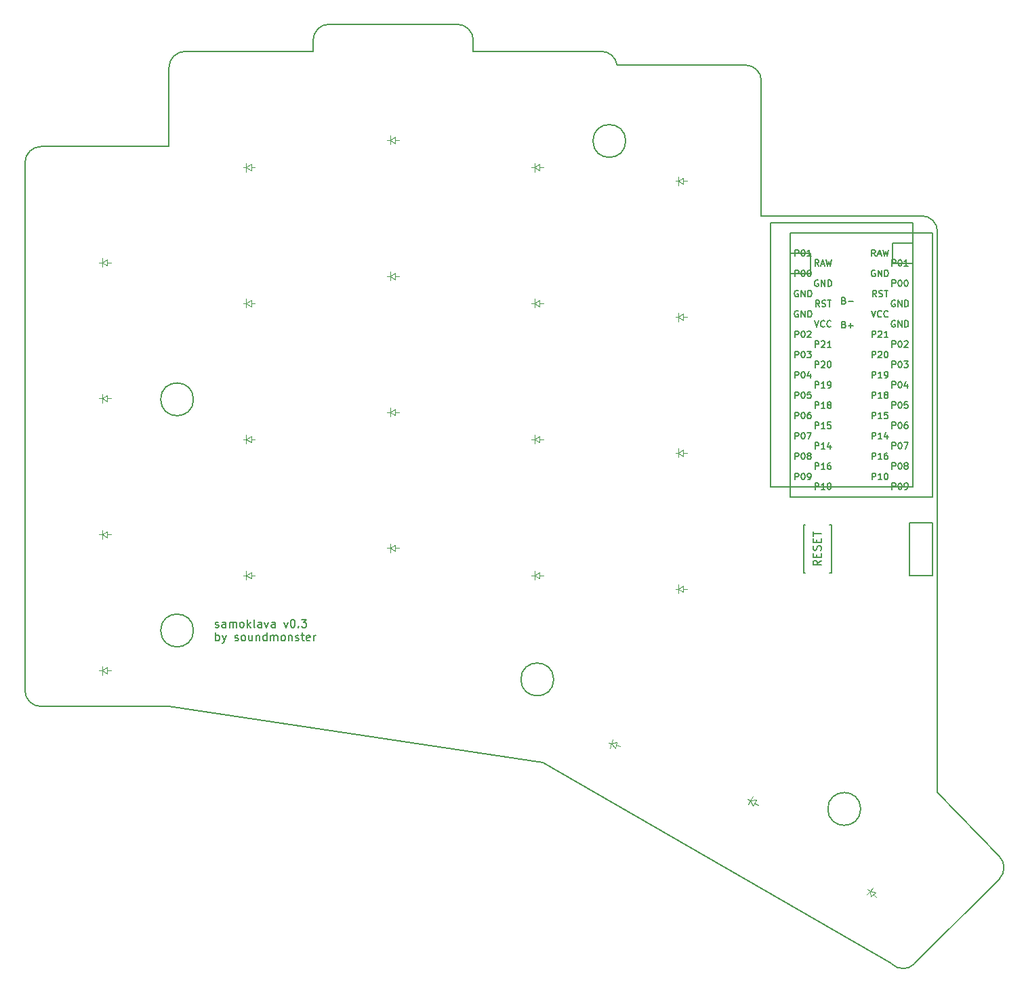
<source format=gbr>
G04 #@! TF.GenerationSoftware,KiCad,Pcbnew,5.1.5+dfsg1-2build2*
G04 #@! TF.CreationDate,2024-05-28T11:23:48+00:00*
G04 #@! TF.ProjectId,board,626f6172-642e-46b6-9963-61645f706362,0.3*
G04 #@! TF.SameCoordinates,Original*
G04 #@! TF.FileFunction,Legend,Top*
G04 #@! TF.FilePolarity,Positive*
%FSLAX46Y46*%
G04 Gerber Fmt 4.6, Leading zero omitted, Abs format (unit mm)*
G04 Created by KiCad (PCBNEW 5.1.5+dfsg1-2build2) date 2024-05-28 11:23:48*
%MOMM*%
%LPD*%
G04 APERTURE LIST*
%ADD10C,0.150000*%
G04 #@! TA.AperFunction,Profile*
%ADD11C,0.150000*%
G04 #@! TD*
%ADD12C,0.100000*%
G04 APERTURE END LIST*
D10*
X13787976Y420238D02*
X13883214Y372619D01*
X14073690Y372619D01*
X14168928Y420238D01*
X14216547Y515476D01*
X14216547Y563095D01*
X14168928Y658333D01*
X14073690Y705952D01*
X13930833Y705952D01*
X13835595Y753571D01*
X13787976Y848809D01*
X13787976Y896428D01*
X13835595Y991666D01*
X13930833Y1039285D01*
X14073690Y1039285D01*
X14168928Y991666D01*
X15073690Y372619D02*
X15073690Y896428D01*
X15026071Y991666D01*
X14930833Y1039285D01*
X14740357Y1039285D01*
X14645119Y991666D01*
X15073690Y420238D02*
X14978452Y372619D01*
X14740357Y372619D01*
X14645119Y420238D01*
X14597500Y515476D01*
X14597500Y610714D01*
X14645119Y705952D01*
X14740357Y753571D01*
X14978452Y753571D01*
X15073690Y801190D01*
X15549880Y372619D02*
X15549880Y1039285D01*
X15549880Y944047D02*
X15597500Y991666D01*
X15692738Y1039285D01*
X15835595Y1039285D01*
X15930833Y991666D01*
X15978452Y896428D01*
X15978452Y372619D01*
X15978452Y896428D02*
X16026071Y991666D01*
X16121309Y1039285D01*
X16264166Y1039285D01*
X16359404Y991666D01*
X16407023Y896428D01*
X16407023Y372619D01*
X17026071Y372619D02*
X16930833Y420238D01*
X16883214Y467857D01*
X16835595Y563095D01*
X16835595Y848809D01*
X16883214Y944047D01*
X16930833Y991666D01*
X17026071Y1039285D01*
X17168928Y1039285D01*
X17264166Y991666D01*
X17311785Y944047D01*
X17359404Y848809D01*
X17359404Y563095D01*
X17311785Y467857D01*
X17264166Y420238D01*
X17168928Y372619D01*
X17026071Y372619D01*
X17787976Y372619D02*
X17787976Y1372619D01*
X17883214Y753571D02*
X18168928Y372619D01*
X18168928Y1039285D02*
X17787976Y658333D01*
X18740357Y372619D02*
X18645119Y420238D01*
X18597500Y515476D01*
X18597500Y1372619D01*
X19549880Y372619D02*
X19549880Y896428D01*
X19502261Y991666D01*
X19407023Y1039285D01*
X19216547Y1039285D01*
X19121309Y991666D01*
X19549880Y420238D02*
X19454642Y372619D01*
X19216547Y372619D01*
X19121309Y420238D01*
X19073690Y515476D01*
X19073690Y610714D01*
X19121309Y705952D01*
X19216547Y753571D01*
X19454642Y753571D01*
X19549880Y801190D01*
X19930833Y1039285D02*
X20168928Y372619D01*
X20407023Y1039285D01*
X21216547Y372619D02*
X21216547Y896428D01*
X21168928Y991666D01*
X21073690Y1039285D01*
X20883214Y1039285D01*
X20787976Y991666D01*
X21216547Y420238D02*
X21121309Y372619D01*
X20883214Y372619D01*
X20787976Y420238D01*
X20740357Y515476D01*
X20740357Y610714D01*
X20787976Y705952D01*
X20883214Y753571D01*
X21121309Y753571D01*
X21216547Y801190D01*
X22359404Y1039285D02*
X22597500Y372619D01*
X22835595Y1039285D01*
X23407023Y1372619D02*
X23502261Y1372619D01*
X23597500Y1325000D01*
X23645119Y1277380D01*
X23692738Y1182142D01*
X23740357Y991666D01*
X23740357Y753571D01*
X23692738Y563095D01*
X23645119Y467857D01*
X23597500Y420238D01*
X23502261Y372619D01*
X23407023Y372619D01*
X23311785Y420238D01*
X23264166Y467857D01*
X23216547Y563095D01*
X23168928Y753571D01*
X23168928Y991666D01*
X23216547Y1182142D01*
X23264166Y1277380D01*
X23311785Y1325000D01*
X23407023Y1372619D01*
X24168928Y467857D02*
X24216547Y420238D01*
X24168928Y372619D01*
X24121309Y420238D01*
X24168928Y467857D01*
X24168928Y372619D01*
X24549880Y1372619D02*
X25168928Y1372619D01*
X24835595Y991666D01*
X24978452Y991666D01*
X25073690Y944047D01*
X25121309Y896428D01*
X25168928Y801190D01*
X25168928Y563095D01*
X25121309Y467857D01*
X25073690Y420238D01*
X24978452Y372619D01*
X24692738Y372619D01*
X24597500Y420238D01*
X24549880Y467857D01*
X13835595Y-1277380D02*
X13835595Y-277380D01*
X13835595Y-658333D02*
X13930833Y-610714D01*
X14121309Y-610714D01*
X14216547Y-658333D01*
X14264166Y-705952D01*
X14311785Y-801190D01*
X14311785Y-1086904D01*
X14264166Y-1182142D01*
X14216547Y-1229761D01*
X14121309Y-1277380D01*
X13930833Y-1277380D01*
X13835595Y-1229761D01*
X14645119Y-610714D02*
X14883214Y-1277380D01*
X15121309Y-610714D02*
X14883214Y-1277380D01*
X14787976Y-1515476D01*
X14740357Y-1563095D01*
X14645119Y-1610714D01*
X16216547Y-1229761D02*
X16311785Y-1277380D01*
X16502261Y-1277380D01*
X16597500Y-1229761D01*
X16645119Y-1134523D01*
X16645119Y-1086904D01*
X16597500Y-991666D01*
X16502261Y-944047D01*
X16359404Y-944047D01*
X16264166Y-896428D01*
X16216547Y-801190D01*
X16216547Y-753571D01*
X16264166Y-658333D01*
X16359404Y-610714D01*
X16502261Y-610714D01*
X16597500Y-658333D01*
X17216547Y-1277380D02*
X17121309Y-1229761D01*
X17073690Y-1182142D01*
X17026071Y-1086904D01*
X17026071Y-801190D01*
X17073690Y-705952D01*
X17121309Y-658333D01*
X17216547Y-610714D01*
X17359404Y-610714D01*
X17454642Y-658333D01*
X17502261Y-705952D01*
X17549880Y-801190D01*
X17549880Y-1086904D01*
X17502261Y-1182142D01*
X17454642Y-1229761D01*
X17359404Y-1277380D01*
X17216547Y-1277380D01*
X18407023Y-610714D02*
X18407023Y-1277380D01*
X17978452Y-610714D02*
X17978452Y-1134523D01*
X18026071Y-1229761D01*
X18121309Y-1277380D01*
X18264166Y-1277380D01*
X18359404Y-1229761D01*
X18407023Y-1182142D01*
X18883214Y-610714D02*
X18883214Y-1277380D01*
X18883214Y-705952D02*
X18930833Y-658333D01*
X19026071Y-610714D01*
X19168928Y-610714D01*
X19264166Y-658333D01*
X19311785Y-753571D01*
X19311785Y-1277380D01*
X20216547Y-1277380D02*
X20216547Y-277380D01*
X20216547Y-1229761D02*
X20121309Y-1277380D01*
X19930833Y-1277380D01*
X19835595Y-1229761D01*
X19787976Y-1182142D01*
X19740357Y-1086904D01*
X19740357Y-801190D01*
X19787976Y-705952D01*
X19835595Y-658333D01*
X19930833Y-610714D01*
X20121309Y-610714D01*
X20216547Y-658333D01*
X20692738Y-1277380D02*
X20692738Y-610714D01*
X20692738Y-705952D02*
X20740357Y-658333D01*
X20835595Y-610714D01*
X20978452Y-610714D01*
X21073690Y-658333D01*
X21121309Y-753571D01*
X21121309Y-1277380D01*
X21121309Y-753571D02*
X21168928Y-658333D01*
X21264166Y-610714D01*
X21407023Y-610714D01*
X21502261Y-658333D01*
X21549880Y-753571D01*
X21549880Y-1277380D01*
X22168928Y-1277380D02*
X22073690Y-1229761D01*
X22026071Y-1182142D01*
X21978452Y-1086904D01*
X21978452Y-801190D01*
X22026071Y-705952D01*
X22073690Y-658333D01*
X22168928Y-610714D01*
X22311785Y-610714D01*
X22407023Y-658333D01*
X22454642Y-705952D01*
X22502261Y-801190D01*
X22502261Y-1086904D01*
X22454642Y-1182142D01*
X22407023Y-1229761D01*
X22311785Y-1277380D01*
X22168928Y-1277380D01*
X22930833Y-610714D02*
X22930833Y-1277380D01*
X22930833Y-705952D02*
X22978452Y-658333D01*
X23073690Y-610714D01*
X23216547Y-610714D01*
X23311785Y-658333D01*
X23359404Y-753571D01*
X23359404Y-1277380D01*
X23787976Y-1229761D02*
X23883214Y-1277380D01*
X24073690Y-1277380D01*
X24168928Y-1229761D01*
X24216547Y-1134523D01*
X24216547Y-1086904D01*
X24168928Y-991666D01*
X24073690Y-944047D01*
X23930833Y-944047D01*
X23835595Y-896428D01*
X23787976Y-801190D01*
X23787976Y-753571D01*
X23835595Y-658333D01*
X23930833Y-610714D01*
X24073690Y-610714D01*
X24168928Y-658333D01*
X24502261Y-610714D02*
X24883214Y-610714D01*
X24645119Y-277380D02*
X24645119Y-1134523D01*
X24692738Y-1229761D01*
X24787976Y-1277380D01*
X24883214Y-1277380D01*
X25597500Y-1229761D02*
X25502261Y-1277380D01*
X25311785Y-1277380D01*
X25216547Y-1229761D01*
X25168928Y-1134523D01*
X25168928Y-753571D01*
X25216547Y-658333D01*
X25311785Y-610714D01*
X25502261Y-610714D01*
X25597500Y-658333D01*
X25645119Y-753571D01*
X25645119Y-848809D01*
X25168928Y-944047D01*
X26073690Y-1277380D02*
X26073690Y-610714D01*
X26073690Y-801190D02*
X26121309Y-705952D01*
X26168928Y-658333D01*
X26264166Y-610714D01*
X26359404Y-610714D01*
D11*
X-8000000Y-9500000D02*
X8000000Y-9500000D01*
X-10000000Y-7500000D02*
X-10000000Y58500000D01*
X-8000000Y-9500000D02*
G75*
G02X-10000000Y-7500000I0J2000000D01*
G01*
X8000000Y60500000D02*
X-8000000Y60500000D01*
X-10000000Y58500000D02*
G75*
G02X-8000000Y60500000I2000000J0D01*
G01*
X26000000Y72400000D02*
X10000000Y72400000D01*
X8000000Y70400000D02*
G75*
G02X10000000Y72400000I2000000J0D01*
G01*
X8000000Y70400000D02*
X8000000Y60500000D01*
X46000000Y72400000D02*
X46000000Y73800000D01*
X44000000Y75800000D02*
G75*
G02X46000000Y73800000I0J-2000000D01*
G01*
X44000000Y75800000D02*
X28000000Y75800000D01*
X26000000Y73800000D02*
G75*
G02X28000000Y75800000I2000000J0D01*
G01*
X26000000Y73800000D02*
X26000000Y72400000D01*
X62000000Y72400000D02*
G75*
G02X63977391Y70699872I0J-2000000D01*
G01*
X62000000Y72400000D02*
X46000000Y72400000D01*
X82000000Y51850000D02*
X82000000Y68700000D01*
X80000000Y70700000D02*
G75*
G02X82000000Y68700000I0J-2000000D01*
G01*
X80000000Y70700000D02*
X64000000Y70700000D01*
X63977391Y70699872D02*
G75*
G02X64000000Y70700000I22609J-1999872D01*
G01*
X101117258Y-41686664D02*
G75*
G02X98288831Y-41686665I-1414214J1414213D01*
G01*
X101117258Y-41686665D02*
X111723860Y-31080063D01*
X111723859Y-28251637D02*
G75*
G02X111723859Y-31080063I-1414213J-1414213D01*
G01*
X104000000Y-20208734D02*
X111723860Y-28251636D01*
X98288831Y-41686665D02*
X54707107Y-16524745D01*
X54707107Y-16524745D02*
X8000000Y-9500000D01*
X104000000Y-20208734D02*
X104000000Y49850000D01*
X102000000Y51850000D02*
G75*
G02X104000000Y49850000I0J-2000000D01*
G01*
X102000000Y51850000D02*
X82000000Y51850000D01*
X11050000Y28900000D02*
G75*
G03X11050000Y28900000I-2050000J0D01*
G01*
X11050000Y0D02*
G75*
G03X11050000Y0I-2050000J0D01*
G01*
X65050000Y61200000D02*
G75*
G03X65050000Y61200000I-2050000J0D01*
G01*
X56050000Y-6120000D02*
G75*
G03X56050000Y-6120000I-2050000J0D01*
G01*
X94399134Y-22311939D02*
G75*
G03X94399134Y-22311939I-2050000J0D01*
G01*
D12*
G04 #@! TO.C,D1*
X250000Y-5000000D02*
X750000Y-5000000D01*
X250000Y-5400000D02*
X-350000Y-5000000D01*
X250000Y-4600000D02*
X250000Y-5400000D01*
X-350000Y-5000000D02*
X250000Y-4600000D01*
X-350000Y-5000000D02*
X-350000Y-5550000D01*
X-350000Y-5000000D02*
X-350000Y-4450000D01*
X-750000Y-5000000D02*
X-350000Y-5000000D01*
G04 #@! TO.C,D2*
X250000Y12000000D02*
X750000Y12000000D01*
X250000Y11600000D02*
X-350000Y12000000D01*
X250000Y12400000D02*
X250000Y11600000D01*
X-350000Y12000000D02*
X250000Y12400000D01*
X-350000Y12000000D02*
X-350000Y11450000D01*
X-350000Y12000000D02*
X-350000Y12550000D01*
X-750000Y12000000D02*
X-350000Y12000000D01*
G04 #@! TO.C,D3*
X250000Y29000000D02*
X750000Y29000000D01*
X250000Y28600000D02*
X-350000Y29000000D01*
X250000Y29400000D02*
X250000Y28600000D01*
X-350000Y29000000D02*
X250000Y29400000D01*
X-350000Y29000000D02*
X-350000Y28450000D01*
X-350000Y29000000D02*
X-350000Y29550000D01*
X-750000Y29000000D02*
X-350000Y29000000D01*
G04 #@! TO.C,D4*
X250000Y46000000D02*
X750000Y46000000D01*
X250000Y45600000D02*
X-350000Y46000000D01*
X250000Y46400000D02*
X250000Y45600000D01*
X-350000Y46000000D02*
X250000Y46400000D01*
X-350000Y46000000D02*
X-350000Y45450000D01*
X-350000Y46000000D02*
X-350000Y46550000D01*
X-750000Y46000000D02*
X-350000Y46000000D01*
G04 #@! TO.C,D5*
X18250000Y6900000D02*
X18750000Y6900000D01*
X18250000Y6500000D02*
X17650000Y6900000D01*
X18250000Y7300000D02*
X18250000Y6500000D01*
X17650000Y6900000D02*
X18250000Y7300000D01*
X17650000Y6900000D02*
X17650000Y6350000D01*
X17650000Y6900000D02*
X17650000Y7450000D01*
X17250000Y6900000D02*
X17650000Y6900000D01*
G04 #@! TO.C,D6*
X18250000Y23900000D02*
X18750000Y23900000D01*
X18250000Y23500000D02*
X17650000Y23900000D01*
X18250000Y24300000D02*
X18250000Y23500000D01*
X17650000Y23900000D02*
X18250000Y24300000D01*
X17650000Y23900000D02*
X17650000Y23350000D01*
X17650000Y23900000D02*
X17650000Y24450000D01*
X17250000Y23900000D02*
X17650000Y23900000D01*
G04 #@! TO.C,D7*
X18250000Y40900000D02*
X18750000Y40900000D01*
X18250000Y40500000D02*
X17650000Y40900000D01*
X18250000Y41300000D02*
X18250000Y40500000D01*
X17650000Y40900000D02*
X18250000Y41300000D01*
X17650000Y40900000D02*
X17650000Y40350000D01*
X17650000Y40900000D02*
X17650000Y41450000D01*
X17250000Y40900000D02*
X17650000Y40900000D01*
G04 #@! TO.C,D8*
X18250000Y57900000D02*
X18750000Y57900000D01*
X18250000Y57500000D02*
X17650000Y57900000D01*
X18250000Y58300000D02*
X18250000Y57500000D01*
X17650000Y57900000D02*
X18250000Y58300000D01*
X17650000Y57900000D02*
X17650000Y57350000D01*
X17650000Y57900000D02*
X17650000Y58450000D01*
X17250000Y57900000D02*
X17650000Y57900000D01*
G04 #@! TO.C,D9*
X36250000Y10300000D02*
X36750000Y10300000D01*
X36250000Y9900000D02*
X35650000Y10300000D01*
X36250000Y10700000D02*
X36250000Y9900000D01*
X35650000Y10300000D02*
X36250000Y10700000D01*
X35650000Y10300000D02*
X35650000Y9750000D01*
X35650000Y10300000D02*
X35650000Y10850000D01*
X35250000Y10300000D02*
X35650000Y10300000D01*
G04 #@! TO.C,D10*
X36250000Y27300000D02*
X36750000Y27300000D01*
X36250000Y26900000D02*
X35650000Y27300000D01*
X36250000Y27700000D02*
X36250000Y26900000D01*
X35650000Y27300000D02*
X36250000Y27700000D01*
X35650000Y27300000D02*
X35650000Y26750000D01*
X35650000Y27300000D02*
X35650000Y27850000D01*
X35250000Y27300000D02*
X35650000Y27300000D01*
G04 #@! TO.C,D11*
X36250000Y44300000D02*
X36750000Y44300000D01*
X36250000Y43900000D02*
X35650000Y44300000D01*
X36250000Y44700000D02*
X36250000Y43900000D01*
X35650000Y44300000D02*
X36250000Y44700000D01*
X35650000Y44300000D02*
X35650000Y43750000D01*
X35650000Y44300000D02*
X35650000Y44850000D01*
X35250000Y44300000D02*
X35650000Y44300000D01*
G04 #@! TO.C,D12*
X36250000Y61300000D02*
X36750000Y61300000D01*
X36250000Y60900000D02*
X35650000Y61300000D01*
X36250000Y61700000D02*
X36250000Y60900000D01*
X35650000Y61300000D02*
X36250000Y61700000D01*
X35650000Y61300000D02*
X35650000Y60750000D01*
X35650000Y61300000D02*
X35650000Y61850000D01*
X35250000Y61300000D02*
X35650000Y61300000D01*
G04 #@! TO.C,D13*
X54250000Y6900000D02*
X54750000Y6900000D01*
X54250000Y6500000D02*
X53650000Y6900000D01*
X54250000Y7300000D02*
X54250000Y6500000D01*
X53650000Y6900000D02*
X54250000Y7300000D01*
X53650000Y6900000D02*
X53650000Y6350000D01*
X53650000Y6900000D02*
X53650000Y7450000D01*
X53250000Y6900000D02*
X53650000Y6900000D01*
G04 #@! TO.C,D14*
X54250000Y23900000D02*
X54750000Y23900000D01*
X54250000Y23500000D02*
X53650000Y23900000D01*
X54250000Y24300000D02*
X54250000Y23500000D01*
X53650000Y23900000D02*
X54250000Y24300000D01*
X53650000Y23900000D02*
X53650000Y23350000D01*
X53650000Y23900000D02*
X53650000Y24450000D01*
X53250000Y23900000D02*
X53650000Y23900000D01*
G04 #@! TO.C,D15*
X54250000Y40900000D02*
X54750000Y40900000D01*
X54250000Y40500000D02*
X53650000Y40900000D01*
X54250000Y41300000D02*
X54250000Y40500000D01*
X53650000Y40900000D02*
X54250000Y41300000D01*
X53650000Y40900000D02*
X53650000Y40350000D01*
X53650000Y40900000D02*
X53650000Y41450000D01*
X53250000Y40900000D02*
X53650000Y40900000D01*
G04 #@! TO.C,D16*
X54250000Y57900000D02*
X54750000Y57900000D01*
X54250000Y57500000D02*
X53650000Y57900000D01*
X54250000Y58300000D02*
X54250000Y57500000D01*
X53650000Y57900000D02*
X54250000Y58300000D01*
X53650000Y57900000D02*
X53650000Y57350000D01*
X53650000Y57900000D02*
X53650000Y58450000D01*
X53250000Y57900000D02*
X53650000Y57900000D01*
G04 #@! TO.C,D17*
X72250000Y5200000D02*
X72750000Y5200000D01*
X72250000Y4800000D02*
X71650000Y5200000D01*
X72250000Y5600000D02*
X72250000Y4800000D01*
X71650000Y5200000D02*
X72250000Y5600000D01*
X71650000Y5200000D02*
X71650000Y4650000D01*
X71650000Y5200000D02*
X71650000Y5750000D01*
X71250000Y5200000D02*
X71650000Y5200000D01*
G04 #@! TO.C,D18*
X72250000Y22200000D02*
X72750000Y22200000D01*
X72250000Y21800000D02*
X71650000Y22200000D01*
X72250000Y22600000D02*
X72250000Y21800000D01*
X71650000Y22200000D02*
X72250000Y22600000D01*
X71650000Y22200000D02*
X71650000Y21650000D01*
X71650000Y22200000D02*
X71650000Y22750000D01*
X71250000Y22200000D02*
X71650000Y22200000D01*
G04 #@! TO.C,D19*
X72250000Y39200000D02*
X72750000Y39200000D01*
X72250000Y38800000D02*
X71650000Y39200000D01*
X72250000Y39600000D02*
X72250000Y38800000D01*
X71650000Y39200000D02*
X72250000Y39600000D01*
X71650000Y39200000D02*
X71650000Y38650000D01*
X71650000Y39200000D02*
X71650000Y39750000D01*
X71250000Y39200000D02*
X71650000Y39200000D01*
G04 #@! TO.C,D20*
X72250000Y56200000D02*
X72750000Y56200000D01*
X72250000Y55800000D02*
X71650000Y56200000D01*
X72250000Y56600000D02*
X72250000Y55800000D01*
X71650000Y56200000D02*
X72250000Y56600000D01*
X71650000Y56200000D02*
X71650000Y55650000D01*
X71650000Y56200000D02*
X71650000Y56750000D01*
X71250000Y56200000D02*
X71650000Y56200000D01*
G04 #@! TO.C,D21*
X63840681Y-14313305D02*
X64323644Y-14442714D01*
X63737154Y-14699675D02*
X63261126Y-14158013D01*
X63944209Y-13926934D02*
X63737154Y-14699675D01*
X63261126Y-14158013D02*
X63944209Y-13926934D01*
X63261126Y-14158013D02*
X63118775Y-14689273D01*
X63261126Y-14158013D02*
X63403476Y-13626754D01*
X62874756Y-14054486D02*
X63261126Y-14158013D01*
G04 #@! TO.C,D22*
X81147406Y-21552700D02*
X81580419Y-21802700D01*
X80947406Y-21899110D02*
X80627791Y-21252700D01*
X81347406Y-21206290D02*
X80947406Y-21899110D01*
X80627791Y-21252700D02*
X81347406Y-21206290D01*
X80627791Y-21252700D02*
X80352791Y-21729014D01*
X80627791Y-21252700D02*
X80902791Y-20776386D01*
X80281381Y-21052700D02*
X80627791Y-21252700D01*
G04 #@! TO.C,D23*
X95990777Y-33024577D02*
X96344330Y-33378130D01*
X95707934Y-33307419D02*
X95566513Y-32600313D01*
X96273619Y-32741734D02*
X95707934Y-33307419D01*
X95566513Y-32600313D02*
X96273619Y-32741734D01*
X95566513Y-32600313D02*
X95177604Y-32989221D01*
X95566513Y-32600313D02*
X95955421Y-32211404D01*
X95283670Y-32317470D02*
X95566513Y-32600313D01*
D10*
G04 #@! TO.C,MCU1*
X83110000Y50980000D02*
X83110000Y17960000D01*
X83110000Y17960000D02*
X100890000Y17960000D01*
X100890000Y17960000D02*
X100890000Y50980000D01*
X100890000Y50980000D02*
X83110000Y50980000D01*
X98350000Y48440000D02*
X98350000Y45900000D01*
X98350000Y48440000D02*
X100890000Y48440000D01*
X98350000Y45900000D02*
X100890000Y45900000D01*
G04 #@! TO.C,MCU2*
X85610000Y49730000D02*
X85610000Y16710000D01*
X85610000Y16710000D02*
X103390000Y16710000D01*
X103390000Y16710000D02*
X103390000Y49730000D01*
X103390000Y49730000D02*
X85610000Y49730000D01*
X88150000Y47190000D02*
X88150000Y44650000D01*
X88150000Y47190000D02*
X85610000Y47190000D01*
X88150000Y44650000D02*
X85610000Y44650000D01*
G04 #@! TO.C,T1*
X103350000Y8250000D02*
X103350000Y12150000D01*
X103350000Y10200000D02*
X103350000Y13500000D01*
X103350000Y13500000D02*
X100500000Y13500000D01*
X100500000Y13500000D02*
X100500000Y6900000D01*
X100500000Y6900000D02*
X103350000Y6900000D01*
X103350000Y10200000D02*
X103350000Y6900000D01*
G04 #@! TO.C,B1*
X87250000Y13200000D02*
X87250000Y7200000D01*
X87250000Y7200000D02*
X87500000Y7200000D01*
X87250000Y13200000D02*
X87500000Y13200000D01*
X90750000Y13200000D02*
X90500000Y13200000D01*
X90750000Y13200000D02*
X90750000Y7200000D01*
X90750000Y7200000D02*
X90500000Y7200000D01*
G04 #@! TD*
G04 #@! TO.C,MCU1*
X96247619Y46808095D02*
X95980952Y47189047D01*
X95790476Y46808095D02*
X95790476Y47608095D01*
X96095238Y47608095D01*
X96171428Y47570000D01*
X96209523Y47531904D01*
X96247619Y47455714D01*
X96247619Y47341428D01*
X96209523Y47265238D01*
X96171428Y47227142D01*
X96095238Y47189047D01*
X95790476Y47189047D01*
X96552380Y47036666D02*
X96933333Y47036666D01*
X96476190Y46808095D02*
X96742857Y47608095D01*
X97009523Y46808095D01*
X97200000Y47608095D02*
X97390476Y46808095D01*
X97542857Y47379523D01*
X97695238Y46808095D01*
X97885714Y47608095D01*
X96190476Y45030000D02*
X96114285Y45068095D01*
X96000000Y45068095D01*
X95885714Y45030000D01*
X95809523Y44953809D01*
X95771428Y44877619D01*
X95733333Y44725238D01*
X95733333Y44610952D01*
X95771428Y44458571D01*
X95809523Y44382380D01*
X95885714Y44306190D01*
X96000000Y44268095D01*
X96076190Y44268095D01*
X96190476Y44306190D01*
X96228571Y44344285D01*
X96228571Y44610952D01*
X96076190Y44610952D01*
X96571428Y44268095D02*
X96571428Y45068095D01*
X97028571Y44268095D01*
X97028571Y45068095D01*
X97409523Y44268095D02*
X97409523Y45068095D01*
X97600000Y45068095D01*
X97714285Y45030000D01*
X97790476Y44953809D01*
X97828571Y44877619D01*
X97866666Y44725238D01*
X97866666Y44610952D01*
X97828571Y44458571D01*
X97790476Y44382380D01*
X97714285Y44306190D01*
X97600000Y44268095D01*
X97409523Y44268095D01*
X96361904Y41728095D02*
X96095238Y42109047D01*
X95904761Y41728095D02*
X95904761Y42528095D01*
X96209523Y42528095D01*
X96285714Y42490000D01*
X96323809Y42451904D01*
X96361904Y42375714D01*
X96361904Y42261428D01*
X96323809Y42185238D01*
X96285714Y42147142D01*
X96209523Y42109047D01*
X95904761Y42109047D01*
X96666666Y41766190D02*
X96780952Y41728095D01*
X96971428Y41728095D01*
X97047619Y41766190D01*
X97085714Y41804285D01*
X97123809Y41880476D01*
X97123809Y41956666D01*
X97085714Y42032857D01*
X97047619Y42070952D01*
X96971428Y42109047D01*
X96819047Y42147142D01*
X96742857Y42185238D01*
X96704761Y42223333D01*
X96666666Y42299523D01*
X96666666Y42375714D01*
X96704761Y42451904D01*
X96742857Y42490000D01*
X96819047Y42528095D01*
X97009523Y42528095D01*
X97123809Y42490000D01*
X97352380Y42528095D02*
X97809523Y42528095D01*
X97580952Y41728095D02*
X97580952Y42528095D01*
X95733333Y39988095D02*
X96000000Y39188095D01*
X96266666Y39988095D01*
X96990476Y39264285D02*
X96952380Y39226190D01*
X96838095Y39188095D01*
X96761904Y39188095D01*
X96647619Y39226190D01*
X96571428Y39302380D01*
X96533333Y39378571D01*
X96495238Y39530952D01*
X96495238Y39645238D01*
X96533333Y39797619D01*
X96571428Y39873809D01*
X96647619Y39950000D01*
X96761904Y39988095D01*
X96838095Y39988095D01*
X96952380Y39950000D01*
X96990476Y39911904D01*
X97790476Y39264285D02*
X97752380Y39226190D01*
X97638095Y39188095D01*
X97561904Y39188095D01*
X97447619Y39226190D01*
X97371428Y39302380D01*
X97333333Y39378571D01*
X97295238Y39530952D01*
X97295238Y39645238D01*
X97333333Y39797619D01*
X97371428Y39873809D01*
X97447619Y39950000D01*
X97561904Y39988095D01*
X97638095Y39988095D01*
X97752380Y39950000D01*
X97790476Y39911904D01*
X95828571Y36648095D02*
X95828571Y37448095D01*
X96133333Y37448095D01*
X96209523Y37410000D01*
X96247619Y37371904D01*
X96285714Y37295714D01*
X96285714Y37181428D01*
X96247619Y37105238D01*
X96209523Y37067142D01*
X96133333Y37029047D01*
X95828571Y37029047D01*
X96590476Y37371904D02*
X96628571Y37410000D01*
X96704761Y37448095D01*
X96895238Y37448095D01*
X96971428Y37410000D01*
X97009523Y37371904D01*
X97047619Y37295714D01*
X97047619Y37219523D01*
X97009523Y37105238D01*
X96552380Y36648095D01*
X97047619Y36648095D01*
X97809523Y36648095D02*
X97352380Y36648095D01*
X97580952Y36648095D02*
X97580952Y37448095D01*
X97504761Y37333809D01*
X97428571Y37257619D01*
X97352380Y37219523D01*
X95828571Y34108095D02*
X95828571Y34908095D01*
X96133333Y34908095D01*
X96209523Y34870000D01*
X96247619Y34831904D01*
X96285714Y34755714D01*
X96285714Y34641428D01*
X96247619Y34565238D01*
X96209523Y34527142D01*
X96133333Y34489047D01*
X95828571Y34489047D01*
X96590476Y34831904D02*
X96628571Y34870000D01*
X96704761Y34908095D01*
X96895238Y34908095D01*
X96971428Y34870000D01*
X97009523Y34831904D01*
X97047619Y34755714D01*
X97047619Y34679523D01*
X97009523Y34565238D01*
X96552380Y34108095D01*
X97047619Y34108095D01*
X97542857Y34908095D02*
X97619047Y34908095D01*
X97695238Y34870000D01*
X97733333Y34831904D01*
X97771428Y34755714D01*
X97809523Y34603333D01*
X97809523Y34412857D01*
X97771428Y34260476D01*
X97733333Y34184285D01*
X97695238Y34146190D01*
X97619047Y34108095D01*
X97542857Y34108095D01*
X97466666Y34146190D01*
X97428571Y34184285D01*
X97390476Y34260476D01*
X97352380Y34412857D01*
X97352380Y34603333D01*
X97390476Y34755714D01*
X97428571Y34831904D01*
X97466666Y34870000D01*
X97542857Y34908095D01*
X95828571Y31568095D02*
X95828571Y32368095D01*
X96133333Y32368095D01*
X96209523Y32330000D01*
X96247619Y32291904D01*
X96285714Y32215714D01*
X96285714Y32101428D01*
X96247619Y32025238D01*
X96209523Y31987142D01*
X96133333Y31949047D01*
X95828571Y31949047D01*
X97047619Y31568095D02*
X96590476Y31568095D01*
X96819047Y31568095D02*
X96819047Y32368095D01*
X96742857Y32253809D01*
X96666666Y32177619D01*
X96590476Y32139523D01*
X97428571Y31568095D02*
X97580952Y31568095D01*
X97657142Y31606190D01*
X97695238Y31644285D01*
X97771428Y31758571D01*
X97809523Y31910952D01*
X97809523Y32215714D01*
X97771428Y32291904D01*
X97733333Y32330000D01*
X97657142Y32368095D01*
X97504761Y32368095D01*
X97428571Y32330000D01*
X97390476Y32291904D01*
X97352380Y32215714D01*
X97352380Y32025238D01*
X97390476Y31949047D01*
X97428571Y31910952D01*
X97504761Y31872857D01*
X97657142Y31872857D01*
X97733333Y31910952D01*
X97771428Y31949047D01*
X97809523Y32025238D01*
X95828571Y29028095D02*
X95828571Y29828095D01*
X96133333Y29828095D01*
X96209523Y29790000D01*
X96247619Y29751904D01*
X96285714Y29675714D01*
X96285714Y29561428D01*
X96247619Y29485238D01*
X96209523Y29447142D01*
X96133333Y29409047D01*
X95828571Y29409047D01*
X97047619Y29028095D02*
X96590476Y29028095D01*
X96819047Y29028095D02*
X96819047Y29828095D01*
X96742857Y29713809D01*
X96666666Y29637619D01*
X96590476Y29599523D01*
X97504761Y29485238D02*
X97428571Y29523333D01*
X97390476Y29561428D01*
X97352380Y29637619D01*
X97352380Y29675714D01*
X97390476Y29751904D01*
X97428571Y29790000D01*
X97504761Y29828095D01*
X97657142Y29828095D01*
X97733333Y29790000D01*
X97771428Y29751904D01*
X97809523Y29675714D01*
X97809523Y29637619D01*
X97771428Y29561428D01*
X97733333Y29523333D01*
X97657142Y29485238D01*
X97504761Y29485238D01*
X97428571Y29447142D01*
X97390476Y29409047D01*
X97352380Y29332857D01*
X97352380Y29180476D01*
X97390476Y29104285D01*
X97428571Y29066190D01*
X97504761Y29028095D01*
X97657142Y29028095D01*
X97733333Y29066190D01*
X97771428Y29104285D01*
X97809523Y29180476D01*
X97809523Y29332857D01*
X97771428Y29409047D01*
X97733333Y29447142D01*
X97657142Y29485238D01*
X95828571Y26488095D02*
X95828571Y27288095D01*
X96133333Y27288095D01*
X96209523Y27250000D01*
X96247619Y27211904D01*
X96285714Y27135714D01*
X96285714Y27021428D01*
X96247619Y26945238D01*
X96209523Y26907142D01*
X96133333Y26869047D01*
X95828571Y26869047D01*
X97047619Y26488095D02*
X96590476Y26488095D01*
X96819047Y26488095D02*
X96819047Y27288095D01*
X96742857Y27173809D01*
X96666666Y27097619D01*
X96590476Y27059523D01*
X97771428Y27288095D02*
X97390476Y27288095D01*
X97352380Y26907142D01*
X97390476Y26945238D01*
X97466666Y26983333D01*
X97657142Y26983333D01*
X97733333Y26945238D01*
X97771428Y26907142D01*
X97809523Y26830952D01*
X97809523Y26640476D01*
X97771428Y26564285D01*
X97733333Y26526190D01*
X97657142Y26488095D01*
X97466666Y26488095D01*
X97390476Y26526190D01*
X97352380Y26564285D01*
X95828571Y23948095D02*
X95828571Y24748095D01*
X96133333Y24748095D01*
X96209523Y24710000D01*
X96247619Y24671904D01*
X96285714Y24595714D01*
X96285714Y24481428D01*
X96247619Y24405238D01*
X96209523Y24367142D01*
X96133333Y24329047D01*
X95828571Y24329047D01*
X97047619Y23948095D02*
X96590476Y23948095D01*
X96819047Y23948095D02*
X96819047Y24748095D01*
X96742857Y24633809D01*
X96666666Y24557619D01*
X96590476Y24519523D01*
X97733333Y24481428D02*
X97733333Y23948095D01*
X97542857Y24786190D02*
X97352380Y24214761D01*
X97847619Y24214761D01*
X95828571Y21408095D02*
X95828571Y22208095D01*
X96133333Y22208095D01*
X96209523Y22170000D01*
X96247619Y22131904D01*
X96285714Y22055714D01*
X96285714Y21941428D01*
X96247619Y21865238D01*
X96209523Y21827142D01*
X96133333Y21789047D01*
X95828571Y21789047D01*
X97047619Y21408095D02*
X96590476Y21408095D01*
X96819047Y21408095D02*
X96819047Y22208095D01*
X96742857Y22093809D01*
X96666666Y22017619D01*
X96590476Y21979523D01*
X97733333Y22208095D02*
X97580952Y22208095D01*
X97504761Y22170000D01*
X97466666Y22131904D01*
X97390476Y22017619D01*
X97352380Y21865238D01*
X97352380Y21560476D01*
X97390476Y21484285D01*
X97428571Y21446190D01*
X97504761Y21408095D01*
X97657142Y21408095D01*
X97733333Y21446190D01*
X97771428Y21484285D01*
X97809523Y21560476D01*
X97809523Y21750952D01*
X97771428Y21827142D01*
X97733333Y21865238D01*
X97657142Y21903333D01*
X97504761Y21903333D01*
X97428571Y21865238D01*
X97390476Y21827142D01*
X97352380Y21750952D01*
X95828571Y18868095D02*
X95828571Y19668095D01*
X96133333Y19668095D01*
X96209523Y19630000D01*
X96247619Y19591904D01*
X96285714Y19515714D01*
X96285714Y19401428D01*
X96247619Y19325238D01*
X96209523Y19287142D01*
X96133333Y19249047D01*
X95828571Y19249047D01*
X97047619Y18868095D02*
X96590476Y18868095D01*
X96819047Y18868095D02*
X96819047Y19668095D01*
X96742857Y19553809D01*
X96666666Y19477619D01*
X96590476Y19439523D01*
X97542857Y19668095D02*
X97619047Y19668095D01*
X97695238Y19630000D01*
X97733333Y19591904D01*
X97771428Y19515714D01*
X97809523Y19363333D01*
X97809523Y19172857D01*
X97771428Y19020476D01*
X97733333Y18944285D01*
X97695238Y18906190D01*
X97619047Y18868095D01*
X97542857Y18868095D01*
X97466666Y18906190D01*
X97428571Y18944285D01*
X97390476Y19020476D01*
X97352380Y19172857D01*
X97352380Y19363333D01*
X97390476Y19515714D01*
X97428571Y19591904D01*
X97466666Y19630000D01*
X97542857Y19668095D01*
X86228571Y46808095D02*
X86228571Y47608095D01*
X86533333Y47608095D01*
X86609523Y47570000D01*
X86647619Y47531904D01*
X86685714Y47455714D01*
X86685714Y47341428D01*
X86647619Y47265238D01*
X86609523Y47227142D01*
X86533333Y47189047D01*
X86228571Y47189047D01*
X87180952Y47608095D02*
X87257142Y47608095D01*
X87333333Y47570000D01*
X87371428Y47531904D01*
X87409523Y47455714D01*
X87447619Y47303333D01*
X87447619Y47112857D01*
X87409523Y46960476D01*
X87371428Y46884285D01*
X87333333Y46846190D01*
X87257142Y46808095D01*
X87180952Y46808095D01*
X87104761Y46846190D01*
X87066666Y46884285D01*
X87028571Y46960476D01*
X86990476Y47112857D01*
X86990476Y47303333D01*
X87028571Y47455714D01*
X87066666Y47531904D01*
X87104761Y47570000D01*
X87180952Y47608095D01*
X88209523Y46808095D02*
X87752380Y46808095D01*
X87980952Y46808095D02*
X87980952Y47608095D01*
X87904761Y47493809D01*
X87828571Y47417619D01*
X87752380Y47379523D01*
X86228571Y44268095D02*
X86228571Y45068095D01*
X86533333Y45068095D01*
X86609523Y45030000D01*
X86647619Y44991904D01*
X86685714Y44915714D01*
X86685714Y44801428D01*
X86647619Y44725238D01*
X86609523Y44687142D01*
X86533333Y44649047D01*
X86228571Y44649047D01*
X87180952Y45068095D02*
X87257142Y45068095D01*
X87333333Y45030000D01*
X87371428Y44991904D01*
X87409523Y44915714D01*
X87447619Y44763333D01*
X87447619Y44572857D01*
X87409523Y44420476D01*
X87371428Y44344285D01*
X87333333Y44306190D01*
X87257142Y44268095D01*
X87180952Y44268095D01*
X87104761Y44306190D01*
X87066666Y44344285D01*
X87028571Y44420476D01*
X86990476Y44572857D01*
X86990476Y44763333D01*
X87028571Y44915714D01*
X87066666Y44991904D01*
X87104761Y45030000D01*
X87180952Y45068095D01*
X87942857Y45068095D02*
X88019047Y45068095D01*
X88095238Y45030000D01*
X88133333Y44991904D01*
X88171428Y44915714D01*
X88209523Y44763333D01*
X88209523Y44572857D01*
X88171428Y44420476D01*
X88133333Y44344285D01*
X88095238Y44306190D01*
X88019047Y44268095D01*
X87942857Y44268095D01*
X87866666Y44306190D01*
X87828571Y44344285D01*
X87790476Y44420476D01*
X87752380Y44572857D01*
X87752380Y44763333D01*
X87790476Y44915714D01*
X87828571Y44991904D01*
X87866666Y45030000D01*
X87942857Y45068095D01*
X86590476Y42490000D02*
X86514285Y42528095D01*
X86400000Y42528095D01*
X86285714Y42490000D01*
X86209523Y42413809D01*
X86171428Y42337619D01*
X86133333Y42185238D01*
X86133333Y42070952D01*
X86171428Y41918571D01*
X86209523Y41842380D01*
X86285714Y41766190D01*
X86400000Y41728095D01*
X86476190Y41728095D01*
X86590476Y41766190D01*
X86628571Y41804285D01*
X86628571Y42070952D01*
X86476190Y42070952D01*
X86971428Y41728095D02*
X86971428Y42528095D01*
X87428571Y41728095D01*
X87428571Y42528095D01*
X87809523Y41728095D02*
X87809523Y42528095D01*
X88000000Y42528095D01*
X88114285Y42490000D01*
X88190476Y42413809D01*
X88228571Y42337619D01*
X88266666Y42185238D01*
X88266666Y42070952D01*
X88228571Y41918571D01*
X88190476Y41842380D01*
X88114285Y41766190D01*
X88000000Y41728095D01*
X87809523Y41728095D01*
X86590476Y39950000D02*
X86514285Y39988095D01*
X86400000Y39988095D01*
X86285714Y39950000D01*
X86209523Y39873809D01*
X86171428Y39797619D01*
X86133333Y39645238D01*
X86133333Y39530952D01*
X86171428Y39378571D01*
X86209523Y39302380D01*
X86285714Y39226190D01*
X86400000Y39188095D01*
X86476190Y39188095D01*
X86590476Y39226190D01*
X86628571Y39264285D01*
X86628571Y39530952D01*
X86476190Y39530952D01*
X86971428Y39188095D02*
X86971428Y39988095D01*
X87428571Y39188095D01*
X87428571Y39988095D01*
X87809523Y39188095D02*
X87809523Y39988095D01*
X88000000Y39988095D01*
X88114285Y39950000D01*
X88190476Y39873809D01*
X88228571Y39797619D01*
X88266666Y39645238D01*
X88266666Y39530952D01*
X88228571Y39378571D01*
X88190476Y39302380D01*
X88114285Y39226190D01*
X88000000Y39188095D01*
X87809523Y39188095D01*
X86228571Y36648095D02*
X86228571Y37448095D01*
X86533333Y37448095D01*
X86609523Y37410000D01*
X86647619Y37371904D01*
X86685714Y37295714D01*
X86685714Y37181428D01*
X86647619Y37105238D01*
X86609523Y37067142D01*
X86533333Y37029047D01*
X86228571Y37029047D01*
X87180952Y37448095D02*
X87257142Y37448095D01*
X87333333Y37410000D01*
X87371428Y37371904D01*
X87409523Y37295714D01*
X87447619Y37143333D01*
X87447619Y36952857D01*
X87409523Y36800476D01*
X87371428Y36724285D01*
X87333333Y36686190D01*
X87257142Y36648095D01*
X87180952Y36648095D01*
X87104761Y36686190D01*
X87066666Y36724285D01*
X87028571Y36800476D01*
X86990476Y36952857D01*
X86990476Y37143333D01*
X87028571Y37295714D01*
X87066666Y37371904D01*
X87104761Y37410000D01*
X87180952Y37448095D01*
X87752380Y37371904D02*
X87790476Y37410000D01*
X87866666Y37448095D01*
X88057142Y37448095D01*
X88133333Y37410000D01*
X88171428Y37371904D01*
X88209523Y37295714D01*
X88209523Y37219523D01*
X88171428Y37105238D01*
X87714285Y36648095D01*
X88209523Y36648095D01*
X86228571Y34108095D02*
X86228571Y34908095D01*
X86533333Y34908095D01*
X86609523Y34870000D01*
X86647619Y34831904D01*
X86685714Y34755714D01*
X86685714Y34641428D01*
X86647619Y34565238D01*
X86609523Y34527142D01*
X86533333Y34489047D01*
X86228571Y34489047D01*
X87180952Y34908095D02*
X87257142Y34908095D01*
X87333333Y34870000D01*
X87371428Y34831904D01*
X87409523Y34755714D01*
X87447619Y34603333D01*
X87447619Y34412857D01*
X87409523Y34260476D01*
X87371428Y34184285D01*
X87333333Y34146190D01*
X87257142Y34108095D01*
X87180952Y34108095D01*
X87104761Y34146190D01*
X87066666Y34184285D01*
X87028571Y34260476D01*
X86990476Y34412857D01*
X86990476Y34603333D01*
X87028571Y34755714D01*
X87066666Y34831904D01*
X87104761Y34870000D01*
X87180952Y34908095D01*
X87714285Y34908095D02*
X88209523Y34908095D01*
X87942857Y34603333D01*
X88057142Y34603333D01*
X88133333Y34565238D01*
X88171428Y34527142D01*
X88209523Y34450952D01*
X88209523Y34260476D01*
X88171428Y34184285D01*
X88133333Y34146190D01*
X88057142Y34108095D01*
X87828571Y34108095D01*
X87752380Y34146190D01*
X87714285Y34184285D01*
X86228571Y31568095D02*
X86228571Y32368095D01*
X86533333Y32368095D01*
X86609523Y32330000D01*
X86647619Y32291904D01*
X86685714Y32215714D01*
X86685714Y32101428D01*
X86647619Y32025238D01*
X86609523Y31987142D01*
X86533333Y31949047D01*
X86228571Y31949047D01*
X87180952Y32368095D02*
X87257142Y32368095D01*
X87333333Y32330000D01*
X87371428Y32291904D01*
X87409523Y32215714D01*
X87447619Y32063333D01*
X87447619Y31872857D01*
X87409523Y31720476D01*
X87371428Y31644285D01*
X87333333Y31606190D01*
X87257142Y31568095D01*
X87180952Y31568095D01*
X87104761Y31606190D01*
X87066666Y31644285D01*
X87028571Y31720476D01*
X86990476Y31872857D01*
X86990476Y32063333D01*
X87028571Y32215714D01*
X87066666Y32291904D01*
X87104761Y32330000D01*
X87180952Y32368095D01*
X88133333Y32101428D02*
X88133333Y31568095D01*
X87942857Y32406190D02*
X87752380Y31834761D01*
X88247619Y31834761D01*
X86228571Y29028095D02*
X86228571Y29828095D01*
X86533333Y29828095D01*
X86609523Y29790000D01*
X86647619Y29751904D01*
X86685714Y29675714D01*
X86685714Y29561428D01*
X86647619Y29485238D01*
X86609523Y29447142D01*
X86533333Y29409047D01*
X86228571Y29409047D01*
X87180952Y29828095D02*
X87257142Y29828095D01*
X87333333Y29790000D01*
X87371428Y29751904D01*
X87409523Y29675714D01*
X87447619Y29523333D01*
X87447619Y29332857D01*
X87409523Y29180476D01*
X87371428Y29104285D01*
X87333333Y29066190D01*
X87257142Y29028095D01*
X87180952Y29028095D01*
X87104761Y29066190D01*
X87066666Y29104285D01*
X87028571Y29180476D01*
X86990476Y29332857D01*
X86990476Y29523333D01*
X87028571Y29675714D01*
X87066666Y29751904D01*
X87104761Y29790000D01*
X87180952Y29828095D01*
X88171428Y29828095D02*
X87790476Y29828095D01*
X87752380Y29447142D01*
X87790476Y29485238D01*
X87866666Y29523333D01*
X88057142Y29523333D01*
X88133333Y29485238D01*
X88171428Y29447142D01*
X88209523Y29370952D01*
X88209523Y29180476D01*
X88171428Y29104285D01*
X88133333Y29066190D01*
X88057142Y29028095D01*
X87866666Y29028095D01*
X87790476Y29066190D01*
X87752380Y29104285D01*
X86228571Y26488095D02*
X86228571Y27288095D01*
X86533333Y27288095D01*
X86609523Y27250000D01*
X86647619Y27211904D01*
X86685714Y27135714D01*
X86685714Y27021428D01*
X86647619Y26945238D01*
X86609523Y26907142D01*
X86533333Y26869047D01*
X86228571Y26869047D01*
X87180952Y27288095D02*
X87257142Y27288095D01*
X87333333Y27250000D01*
X87371428Y27211904D01*
X87409523Y27135714D01*
X87447619Y26983333D01*
X87447619Y26792857D01*
X87409523Y26640476D01*
X87371428Y26564285D01*
X87333333Y26526190D01*
X87257142Y26488095D01*
X87180952Y26488095D01*
X87104761Y26526190D01*
X87066666Y26564285D01*
X87028571Y26640476D01*
X86990476Y26792857D01*
X86990476Y26983333D01*
X87028571Y27135714D01*
X87066666Y27211904D01*
X87104761Y27250000D01*
X87180952Y27288095D01*
X88133333Y27288095D02*
X87980952Y27288095D01*
X87904761Y27250000D01*
X87866666Y27211904D01*
X87790476Y27097619D01*
X87752380Y26945238D01*
X87752380Y26640476D01*
X87790476Y26564285D01*
X87828571Y26526190D01*
X87904761Y26488095D01*
X88057142Y26488095D01*
X88133333Y26526190D01*
X88171428Y26564285D01*
X88209523Y26640476D01*
X88209523Y26830952D01*
X88171428Y26907142D01*
X88133333Y26945238D01*
X88057142Y26983333D01*
X87904761Y26983333D01*
X87828571Y26945238D01*
X87790476Y26907142D01*
X87752380Y26830952D01*
X86228571Y23948095D02*
X86228571Y24748095D01*
X86533333Y24748095D01*
X86609523Y24710000D01*
X86647619Y24671904D01*
X86685714Y24595714D01*
X86685714Y24481428D01*
X86647619Y24405238D01*
X86609523Y24367142D01*
X86533333Y24329047D01*
X86228571Y24329047D01*
X87180952Y24748095D02*
X87257142Y24748095D01*
X87333333Y24710000D01*
X87371428Y24671904D01*
X87409523Y24595714D01*
X87447619Y24443333D01*
X87447619Y24252857D01*
X87409523Y24100476D01*
X87371428Y24024285D01*
X87333333Y23986190D01*
X87257142Y23948095D01*
X87180952Y23948095D01*
X87104761Y23986190D01*
X87066666Y24024285D01*
X87028571Y24100476D01*
X86990476Y24252857D01*
X86990476Y24443333D01*
X87028571Y24595714D01*
X87066666Y24671904D01*
X87104761Y24710000D01*
X87180952Y24748095D01*
X87714285Y24748095D02*
X88247619Y24748095D01*
X87904761Y23948095D01*
X86228571Y21408095D02*
X86228571Y22208095D01*
X86533333Y22208095D01*
X86609523Y22170000D01*
X86647619Y22131904D01*
X86685714Y22055714D01*
X86685714Y21941428D01*
X86647619Y21865238D01*
X86609523Y21827142D01*
X86533333Y21789047D01*
X86228571Y21789047D01*
X87180952Y22208095D02*
X87257142Y22208095D01*
X87333333Y22170000D01*
X87371428Y22131904D01*
X87409523Y22055714D01*
X87447619Y21903333D01*
X87447619Y21712857D01*
X87409523Y21560476D01*
X87371428Y21484285D01*
X87333333Y21446190D01*
X87257142Y21408095D01*
X87180952Y21408095D01*
X87104761Y21446190D01*
X87066666Y21484285D01*
X87028571Y21560476D01*
X86990476Y21712857D01*
X86990476Y21903333D01*
X87028571Y22055714D01*
X87066666Y22131904D01*
X87104761Y22170000D01*
X87180952Y22208095D01*
X87904761Y21865238D02*
X87828571Y21903333D01*
X87790476Y21941428D01*
X87752380Y22017619D01*
X87752380Y22055714D01*
X87790476Y22131904D01*
X87828571Y22170000D01*
X87904761Y22208095D01*
X88057142Y22208095D01*
X88133333Y22170000D01*
X88171428Y22131904D01*
X88209523Y22055714D01*
X88209523Y22017619D01*
X88171428Y21941428D01*
X88133333Y21903333D01*
X88057142Y21865238D01*
X87904761Y21865238D01*
X87828571Y21827142D01*
X87790476Y21789047D01*
X87752380Y21712857D01*
X87752380Y21560476D01*
X87790476Y21484285D01*
X87828571Y21446190D01*
X87904761Y21408095D01*
X88057142Y21408095D01*
X88133333Y21446190D01*
X88171428Y21484285D01*
X88209523Y21560476D01*
X88209523Y21712857D01*
X88171428Y21789047D01*
X88133333Y21827142D01*
X88057142Y21865238D01*
X86228571Y18868095D02*
X86228571Y19668095D01*
X86533333Y19668095D01*
X86609523Y19630000D01*
X86647619Y19591904D01*
X86685714Y19515714D01*
X86685714Y19401428D01*
X86647619Y19325238D01*
X86609523Y19287142D01*
X86533333Y19249047D01*
X86228571Y19249047D01*
X87180952Y19668095D02*
X87257142Y19668095D01*
X87333333Y19630000D01*
X87371428Y19591904D01*
X87409523Y19515714D01*
X87447619Y19363333D01*
X87447619Y19172857D01*
X87409523Y19020476D01*
X87371428Y18944285D01*
X87333333Y18906190D01*
X87257142Y18868095D01*
X87180952Y18868095D01*
X87104761Y18906190D01*
X87066666Y18944285D01*
X87028571Y19020476D01*
X86990476Y19172857D01*
X86990476Y19363333D01*
X87028571Y19515714D01*
X87066666Y19591904D01*
X87104761Y19630000D01*
X87180952Y19668095D01*
X87828571Y18868095D02*
X87980952Y18868095D01*
X88057142Y18906190D01*
X88095238Y18944285D01*
X88171428Y19058571D01*
X88209523Y19210952D01*
X88209523Y19515714D01*
X88171428Y19591904D01*
X88133333Y19630000D01*
X88057142Y19668095D01*
X87904761Y19668095D01*
X87828571Y19630000D01*
X87790476Y19591904D01*
X87752380Y19515714D01*
X87752380Y19325238D01*
X87790476Y19249047D01*
X87828571Y19210952D01*
X87904761Y19172857D01*
X88057142Y19172857D01*
X88133333Y19210952D01*
X88171428Y19249047D01*
X88209523Y19325238D01*
G04 #@! TO.C,MCU2*
X89147619Y45558095D02*
X88880952Y45939047D01*
X88690476Y45558095D02*
X88690476Y46358095D01*
X88995238Y46358095D01*
X89071428Y46320000D01*
X89109523Y46281904D01*
X89147619Y46205714D01*
X89147619Y46091428D01*
X89109523Y46015238D01*
X89071428Y45977142D01*
X88995238Y45939047D01*
X88690476Y45939047D01*
X89452380Y45786666D02*
X89833333Y45786666D01*
X89376190Y45558095D02*
X89642857Y46358095D01*
X89909523Y45558095D01*
X90100000Y46358095D02*
X90290476Y45558095D01*
X90442857Y46129523D01*
X90595238Y45558095D01*
X90785714Y46358095D01*
X89090476Y43780000D02*
X89014285Y43818095D01*
X88900000Y43818095D01*
X88785714Y43780000D01*
X88709523Y43703809D01*
X88671428Y43627619D01*
X88633333Y43475238D01*
X88633333Y43360952D01*
X88671428Y43208571D01*
X88709523Y43132380D01*
X88785714Y43056190D01*
X88900000Y43018095D01*
X88976190Y43018095D01*
X89090476Y43056190D01*
X89128571Y43094285D01*
X89128571Y43360952D01*
X88976190Y43360952D01*
X89471428Y43018095D02*
X89471428Y43818095D01*
X89928571Y43018095D01*
X89928571Y43818095D01*
X90309523Y43018095D02*
X90309523Y43818095D01*
X90500000Y43818095D01*
X90614285Y43780000D01*
X90690476Y43703809D01*
X90728571Y43627619D01*
X90766666Y43475238D01*
X90766666Y43360952D01*
X90728571Y43208571D01*
X90690476Y43132380D01*
X90614285Y43056190D01*
X90500000Y43018095D01*
X90309523Y43018095D01*
X89261904Y40478095D02*
X88995238Y40859047D01*
X88804761Y40478095D02*
X88804761Y41278095D01*
X89109523Y41278095D01*
X89185714Y41240000D01*
X89223809Y41201904D01*
X89261904Y41125714D01*
X89261904Y41011428D01*
X89223809Y40935238D01*
X89185714Y40897142D01*
X89109523Y40859047D01*
X88804761Y40859047D01*
X89566666Y40516190D02*
X89680952Y40478095D01*
X89871428Y40478095D01*
X89947619Y40516190D01*
X89985714Y40554285D01*
X90023809Y40630476D01*
X90023809Y40706666D01*
X89985714Y40782857D01*
X89947619Y40820952D01*
X89871428Y40859047D01*
X89719047Y40897142D01*
X89642857Y40935238D01*
X89604761Y40973333D01*
X89566666Y41049523D01*
X89566666Y41125714D01*
X89604761Y41201904D01*
X89642857Y41240000D01*
X89719047Y41278095D01*
X89909523Y41278095D01*
X90023809Y41240000D01*
X90252380Y41278095D02*
X90709523Y41278095D01*
X90480952Y40478095D02*
X90480952Y41278095D01*
X88633333Y38738095D02*
X88900000Y37938095D01*
X89166666Y38738095D01*
X89890476Y38014285D02*
X89852380Y37976190D01*
X89738095Y37938095D01*
X89661904Y37938095D01*
X89547619Y37976190D01*
X89471428Y38052380D01*
X89433333Y38128571D01*
X89395238Y38280952D01*
X89395238Y38395238D01*
X89433333Y38547619D01*
X89471428Y38623809D01*
X89547619Y38700000D01*
X89661904Y38738095D01*
X89738095Y38738095D01*
X89852380Y38700000D01*
X89890476Y38661904D01*
X90690476Y38014285D02*
X90652380Y37976190D01*
X90538095Y37938095D01*
X90461904Y37938095D01*
X90347619Y37976190D01*
X90271428Y38052380D01*
X90233333Y38128571D01*
X90195238Y38280952D01*
X90195238Y38395238D01*
X90233333Y38547619D01*
X90271428Y38623809D01*
X90347619Y38700000D01*
X90461904Y38738095D01*
X90538095Y38738095D01*
X90652380Y38700000D01*
X90690476Y38661904D01*
X88728571Y35398095D02*
X88728571Y36198095D01*
X89033333Y36198095D01*
X89109523Y36160000D01*
X89147619Y36121904D01*
X89185714Y36045714D01*
X89185714Y35931428D01*
X89147619Y35855238D01*
X89109523Y35817142D01*
X89033333Y35779047D01*
X88728571Y35779047D01*
X89490476Y36121904D02*
X89528571Y36160000D01*
X89604761Y36198095D01*
X89795238Y36198095D01*
X89871428Y36160000D01*
X89909523Y36121904D01*
X89947619Y36045714D01*
X89947619Y35969523D01*
X89909523Y35855238D01*
X89452380Y35398095D01*
X89947619Y35398095D01*
X90709523Y35398095D02*
X90252380Y35398095D01*
X90480952Y35398095D02*
X90480952Y36198095D01*
X90404761Y36083809D01*
X90328571Y36007619D01*
X90252380Y35969523D01*
X88728571Y32858095D02*
X88728571Y33658095D01*
X89033333Y33658095D01*
X89109523Y33620000D01*
X89147619Y33581904D01*
X89185714Y33505714D01*
X89185714Y33391428D01*
X89147619Y33315238D01*
X89109523Y33277142D01*
X89033333Y33239047D01*
X88728571Y33239047D01*
X89490476Y33581904D02*
X89528571Y33620000D01*
X89604761Y33658095D01*
X89795238Y33658095D01*
X89871428Y33620000D01*
X89909523Y33581904D01*
X89947619Y33505714D01*
X89947619Y33429523D01*
X89909523Y33315238D01*
X89452380Y32858095D01*
X89947619Y32858095D01*
X90442857Y33658095D02*
X90519047Y33658095D01*
X90595238Y33620000D01*
X90633333Y33581904D01*
X90671428Y33505714D01*
X90709523Y33353333D01*
X90709523Y33162857D01*
X90671428Y33010476D01*
X90633333Y32934285D01*
X90595238Y32896190D01*
X90519047Y32858095D01*
X90442857Y32858095D01*
X90366666Y32896190D01*
X90328571Y32934285D01*
X90290476Y33010476D01*
X90252380Y33162857D01*
X90252380Y33353333D01*
X90290476Y33505714D01*
X90328571Y33581904D01*
X90366666Y33620000D01*
X90442857Y33658095D01*
X88728571Y30318095D02*
X88728571Y31118095D01*
X89033333Y31118095D01*
X89109523Y31080000D01*
X89147619Y31041904D01*
X89185714Y30965714D01*
X89185714Y30851428D01*
X89147619Y30775238D01*
X89109523Y30737142D01*
X89033333Y30699047D01*
X88728571Y30699047D01*
X89947619Y30318095D02*
X89490476Y30318095D01*
X89719047Y30318095D02*
X89719047Y31118095D01*
X89642857Y31003809D01*
X89566666Y30927619D01*
X89490476Y30889523D01*
X90328571Y30318095D02*
X90480952Y30318095D01*
X90557142Y30356190D01*
X90595238Y30394285D01*
X90671428Y30508571D01*
X90709523Y30660952D01*
X90709523Y30965714D01*
X90671428Y31041904D01*
X90633333Y31080000D01*
X90557142Y31118095D01*
X90404761Y31118095D01*
X90328571Y31080000D01*
X90290476Y31041904D01*
X90252380Y30965714D01*
X90252380Y30775238D01*
X90290476Y30699047D01*
X90328571Y30660952D01*
X90404761Y30622857D01*
X90557142Y30622857D01*
X90633333Y30660952D01*
X90671428Y30699047D01*
X90709523Y30775238D01*
X88728571Y27778095D02*
X88728571Y28578095D01*
X89033333Y28578095D01*
X89109523Y28540000D01*
X89147619Y28501904D01*
X89185714Y28425714D01*
X89185714Y28311428D01*
X89147619Y28235238D01*
X89109523Y28197142D01*
X89033333Y28159047D01*
X88728571Y28159047D01*
X89947619Y27778095D02*
X89490476Y27778095D01*
X89719047Y27778095D02*
X89719047Y28578095D01*
X89642857Y28463809D01*
X89566666Y28387619D01*
X89490476Y28349523D01*
X90404761Y28235238D02*
X90328571Y28273333D01*
X90290476Y28311428D01*
X90252380Y28387619D01*
X90252380Y28425714D01*
X90290476Y28501904D01*
X90328571Y28540000D01*
X90404761Y28578095D01*
X90557142Y28578095D01*
X90633333Y28540000D01*
X90671428Y28501904D01*
X90709523Y28425714D01*
X90709523Y28387619D01*
X90671428Y28311428D01*
X90633333Y28273333D01*
X90557142Y28235238D01*
X90404761Y28235238D01*
X90328571Y28197142D01*
X90290476Y28159047D01*
X90252380Y28082857D01*
X90252380Y27930476D01*
X90290476Y27854285D01*
X90328571Y27816190D01*
X90404761Y27778095D01*
X90557142Y27778095D01*
X90633333Y27816190D01*
X90671428Y27854285D01*
X90709523Y27930476D01*
X90709523Y28082857D01*
X90671428Y28159047D01*
X90633333Y28197142D01*
X90557142Y28235238D01*
X88728571Y25238095D02*
X88728571Y26038095D01*
X89033333Y26038095D01*
X89109523Y26000000D01*
X89147619Y25961904D01*
X89185714Y25885714D01*
X89185714Y25771428D01*
X89147619Y25695238D01*
X89109523Y25657142D01*
X89033333Y25619047D01*
X88728571Y25619047D01*
X89947619Y25238095D02*
X89490476Y25238095D01*
X89719047Y25238095D02*
X89719047Y26038095D01*
X89642857Y25923809D01*
X89566666Y25847619D01*
X89490476Y25809523D01*
X90671428Y26038095D02*
X90290476Y26038095D01*
X90252380Y25657142D01*
X90290476Y25695238D01*
X90366666Y25733333D01*
X90557142Y25733333D01*
X90633333Y25695238D01*
X90671428Y25657142D01*
X90709523Y25580952D01*
X90709523Y25390476D01*
X90671428Y25314285D01*
X90633333Y25276190D01*
X90557142Y25238095D01*
X90366666Y25238095D01*
X90290476Y25276190D01*
X90252380Y25314285D01*
X88728571Y22698095D02*
X88728571Y23498095D01*
X89033333Y23498095D01*
X89109523Y23460000D01*
X89147619Y23421904D01*
X89185714Y23345714D01*
X89185714Y23231428D01*
X89147619Y23155238D01*
X89109523Y23117142D01*
X89033333Y23079047D01*
X88728571Y23079047D01*
X89947619Y22698095D02*
X89490476Y22698095D01*
X89719047Y22698095D02*
X89719047Y23498095D01*
X89642857Y23383809D01*
X89566666Y23307619D01*
X89490476Y23269523D01*
X90633333Y23231428D02*
X90633333Y22698095D01*
X90442857Y23536190D02*
X90252380Y22964761D01*
X90747619Y22964761D01*
X88728571Y20158095D02*
X88728571Y20958095D01*
X89033333Y20958095D01*
X89109523Y20920000D01*
X89147619Y20881904D01*
X89185714Y20805714D01*
X89185714Y20691428D01*
X89147619Y20615238D01*
X89109523Y20577142D01*
X89033333Y20539047D01*
X88728571Y20539047D01*
X89947619Y20158095D02*
X89490476Y20158095D01*
X89719047Y20158095D02*
X89719047Y20958095D01*
X89642857Y20843809D01*
X89566666Y20767619D01*
X89490476Y20729523D01*
X90633333Y20958095D02*
X90480952Y20958095D01*
X90404761Y20920000D01*
X90366666Y20881904D01*
X90290476Y20767619D01*
X90252380Y20615238D01*
X90252380Y20310476D01*
X90290476Y20234285D01*
X90328571Y20196190D01*
X90404761Y20158095D01*
X90557142Y20158095D01*
X90633333Y20196190D01*
X90671428Y20234285D01*
X90709523Y20310476D01*
X90709523Y20500952D01*
X90671428Y20577142D01*
X90633333Y20615238D01*
X90557142Y20653333D01*
X90404761Y20653333D01*
X90328571Y20615238D01*
X90290476Y20577142D01*
X90252380Y20500952D01*
X88728571Y17618095D02*
X88728571Y18418095D01*
X89033333Y18418095D01*
X89109523Y18380000D01*
X89147619Y18341904D01*
X89185714Y18265714D01*
X89185714Y18151428D01*
X89147619Y18075238D01*
X89109523Y18037142D01*
X89033333Y17999047D01*
X88728571Y17999047D01*
X89947619Y17618095D02*
X89490476Y17618095D01*
X89719047Y17618095D02*
X89719047Y18418095D01*
X89642857Y18303809D01*
X89566666Y18227619D01*
X89490476Y18189523D01*
X90442857Y18418095D02*
X90519047Y18418095D01*
X90595238Y18380000D01*
X90633333Y18341904D01*
X90671428Y18265714D01*
X90709523Y18113333D01*
X90709523Y17922857D01*
X90671428Y17770476D01*
X90633333Y17694285D01*
X90595238Y17656190D01*
X90519047Y17618095D01*
X90442857Y17618095D01*
X90366666Y17656190D01*
X90328571Y17694285D01*
X90290476Y17770476D01*
X90252380Y17922857D01*
X90252380Y18113333D01*
X90290476Y18265714D01*
X90328571Y18341904D01*
X90366666Y18380000D01*
X90442857Y18418095D01*
X98328571Y45558095D02*
X98328571Y46358095D01*
X98633333Y46358095D01*
X98709523Y46320000D01*
X98747619Y46281904D01*
X98785714Y46205714D01*
X98785714Y46091428D01*
X98747619Y46015238D01*
X98709523Y45977142D01*
X98633333Y45939047D01*
X98328571Y45939047D01*
X99280952Y46358095D02*
X99357142Y46358095D01*
X99433333Y46320000D01*
X99471428Y46281904D01*
X99509523Y46205714D01*
X99547619Y46053333D01*
X99547619Y45862857D01*
X99509523Y45710476D01*
X99471428Y45634285D01*
X99433333Y45596190D01*
X99357142Y45558095D01*
X99280952Y45558095D01*
X99204761Y45596190D01*
X99166666Y45634285D01*
X99128571Y45710476D01*
X99090476Y45862857D01*
X99090476Y46053333D01*
X99128571Y46205714D01*
X99166666Y46281904D01*
X99204761Y46320000D01*
X99280952Y46358095D01*
X100309523Y45558095D02*
X99852380Y45558095D01*
X100080952Y45558095D02*
X100080952Y46358095D01*
X100004761Y46243809D01*
X99928571Y46167619D01*
X99852380Y46129523D01*
X98328571Y43018095D02*
X98328571Y43818095D01*
X98633333Y43818095D01*
X98709523Y43780000D01*
X98747619Y43741904D01*
X98785714Y43665714D01*
X98785714Y43551428D01*
X98747619Y43475238D01*
X98709523Y43437142D01*
X98633333Y43399047D01*
X98328571Y43399047D01*
X99280952Y43818095D02*
X99357142Y43818095D01*
X99433333Y43780000D01*
X99471428Y43741904D01*
X99509523Y43665714D01*
X99547619Y43513333D01*
X99547619Y43322857D01*
X99509523Y43170476D01*
X99471428Y43094285D01*
X99433333Y43056190D01*
X99357142Y43018095D01*
X99280952Y43018095D01*
X99204761Y43056190D01*
X99166666Y43094285D01*
X99128571Y43170476D01*
X99090476Y43322857D01*
X99090476Y43513333D01*
X99128571Y43665714D01*
X99166666Y43741904D01*
X99204761Y43780000D01*
X99280952Y43818095D01*
X100042857Y43818095D02*
X100119047Y43818095D01*
X100195238Y43780000D01*
X100233333Y43741904D01*
X100271428Y43665714D01*
X100309523Y43513333D01*
X100309523Y43322857D01*
X100271428Y43170476D01*
X100233333Y43094285D01*
X100195238Y43056190D01*
X100119047Y43018095D01*
X100042857Y43018095D01*
X99966666Y43056190D01*
X99928571Y43094285D01*
X99890476Y43170476D01*
X99852380Y43322857D01*
X99852380Y43513333D01*
X99890476Y43665714D01*
X99928571Y43741904D01*
X99966666Y43780000D01*
X100042857Y43818095D01*
X98690476Y41240000D02*
X98614285Y41278095D01*
X98500000Y41278095D01*
X98385714Y41240000D01*
X98309523Y41163809D01*
X98271428Y41087619D01*
X98233333Y40935238D01*
X98233333Y40820952D01*
X98271428Y40668571D01*
X98309523Y40592380D01*
X98385714Y40516190D01*
X98500000Y40478095D01*
X98576190Y40478095D01*
X98690476Y40516190D01*
X98728571Y40554285D01*
X98728571Y40820952D01*
X98576190Y40820952D01*
X99071428Y40478095D02*
X99071428Y41278095D01*
X99528571Y40478095D01*
X99528571Y41278095D01*
X99909523Y40478095D02*
X99909523Y41278095D01*
X100100000Y41278095D01*
X100214285Y41240000D01*
X100290476Y41163809D01*
X100328571Y41087619D01*
X100366666Y40935238D01*
X100366666Y40820952D01*
X100328571Y40668571D01*
X100290476Y40592380D01*
X100214285Y40516190D01*
X100100000Y40478095D01*
X99909523Y40478095D01*
X98690476Y38700000D02*
X98614285Y38738095D01*
X98500000Y38738095D01*
X98385714Y38700000D01*
X98309523Y38623809D01*
X98271428Y38547619D01*
X98233333Y38395238D01*
X98233333Y38280952D01*
X98271428Y38128571D01*
X98309523Y38052380D01*
X98385714Y37976190D01*
X98500000Y37938095D01*
X98576190Y37938095D01*
X98690476Y37976190D01*
X98728571Y38014285D01*
X98728571Y38280952D01*
X98576190Y38280952D01*
X99071428Y37938095D02*
X99071428Y38738095D01*
X99528571Y37938095D01*
X99528571Y38738095D01*
X99909523Y37938095D02*
X99909523Y38738095D01*
X100100000Y38738095D01*
X100214285Y38700000D01*
X100290476Y38623809D01*
X100328571Y38547619D01*
X100366666Y38395238D01*
X100366666Y38280952D01*
X100328571Y38128571D01*
X100290476Y38052380D01*
X100214285Y37976190D01*
X100100000Y37938095D01*
X99909523Y37938095D01*
X98328571Y35398095D02*
X98328571Y36198095D01*
X98633333Y36198095D01*
X98709523Y36160000D01*
X98747619Y36121904D01*
X98785714Y36045714D01*
X98785714Y35931428D01*
X98747619Y35855238D01*
X98709523Y35817142D01*
X98633333Y35779047D01*
X98328571Y35779047D01*
X99280952Y36198095D02*
X99357142Y36198095D01*
X99433333Y36160000D01*
X99471428Y36121904D01*
X99509523Y36045714D01*
X99547619Y35893333D01*
X99547619Y35702857D01*
X99509523Y35550476D01*
X99471428Y35474285D01*
X99433333Y35436190D01*
X99357142Y35398095D01*
X99280952Y35398095D01*
X99204761Y35436190D01*
X99166666Y35474285D01*
X99128571Y35550476D01*
X99090476Y35702857D01*
X99090476Y35893333D01*
X99128571Y36045714D01*
X99166666Y36121904D01*
X99204761Y36160000D01*
X99280952Y36198095D01*
X99852380Y36121904D02*
X99890476Y36160000D01*
X99966666Y36198095D01*
X100157142Y36198095D01*
X100233333Y36160000D01*
X100271428Y36121904D01*
X100309523Y36045714D01*
X100309523Y35969523D01*
X100271428Y35855238D01*
X99814285Y35398095D01*
X100309523Y35398095D01*
X98328571Y32858095D02*
X98328571Y33658095D01*
X98633333Y33658095D01*
X98709523Y33620000D01*
X98747619Y33581904D01*
X98785714Y33505714D01*
X98785714Y33391428D01*
X98747619Y33315238D01*
X98709523Y33277142D01*
X98633333Y33239047D01*
X98328571Y33239047D01*
X99280952Y33658095D02*
X99357142Y33658095D01*
X99433333Y33620000D01*
X99471428Y33581904D01*
X99509523Y33505714D01*
X99547619Y33353333D01*
X99547619Y33162857D01*
X99509523Y33010476D01*
X99471428Y32934285D01*
X99433333Y32896190D01*
X99357142Y32858095D01*
X99280952Y32858095D01*
X99204761Y32896190D01*
X99166666Y32934285D01*
X99128571Y33010476D01*
X99090476Y33162857D01*
X99090476Y33353333D01*
X99128571Y33505714D01*
X99166666Y33581904D01*
X99204761Y33620000D01*
X99280952Y33658095D01*
X99814285Y33658095D02*
X100309523Y33658095D01*
X100042857Y33353333D01*
X100157142Y33353333D01*
X100233333Y33315238D01*
X100271428Y33277142D01*
X100309523Y33200952D01*
X100309523Y33010476D01*
X100271428Y32934285D01*
X100233333Y32896190D01*
X100157142Y32858095D01*
X99928571Y32858095D01*
X99852380Y32896190D01*
X99814285Y32934285D01*
X98328571Y30318095D02*
X98328571Y31118095D01*
X98633333Y31118095D01*
X98709523Y31080000D01*
X98747619Y31041904D01*
X98785714Y30965714D01*
X98785714Y30851428D01*
X98747619Y30775238D01*
X98709523Y30737142D01*
X98633333Y30699047D01*
X98328571Y30699047D01*
X99280952Y31118095D02*
X99357142Y31118095D01*
X99433333Y31080000D01*
X99471428Y31041904D01*
X99509523Y30965714D01*
X99547619Y30813333D01*
X99547619Y30622857D01*
X99509523Y30470476D01*
X99471428Y30394285D01*
X99433333Y30356190D01*
X99357142Y30318095D01*
X99280952Y30318095D01*
X99204761Y30356190D01*
X99166666Y30394285D01*
X99128571Y30470476D01*
X99090476Y30622857D01*
X99090476Y30813333D01*
X99128571Y30965714D01*
X99166666Y31041904D01*
X99204761Y31080000D01*
X99280952Y31118095D01*
X100233333Y30851428D02*
X100233333Y30318095D01*
X100042857Y31156190D02*
X99852380Y30584761D01*
X100347619Y30584761D01*
X98328571Y27778095D02*
X98328571Y28578095D01*
X98633333Y28578095D01*
X98709523Y28540000D01*
X98747619Y28501904D01*
X98785714Y28425714D01*
X98785714Y28311428D01*
X98747619Y28235238D01*
X98709523Y28197142D01*
X98633333Y28159047D01*
X98328571Y28159047D01*
X99280952Y28578095D02*
X99357142Y28578095D01*
X99433333Y28540000D01*
X99471428Y28501904D01*
X99509523Y28425714D01*
X99547619Y28273333D01*
X99547619Y28082857D01*
X99509523Y27930476D01*
X99471428Y27854285D01*
X99433333Y27816190D01*
X99357142Y27778095D01*
X99280952Y27778095D01*
X99204761Y27816190D01*
X99166666Y27854285D01*
X99128571Y27930476D01*
X99090476Y28082857D01*
X99090476Y28273333D01*
X99128571Y28425714D01*
X99166666Y28501904D01*
X99204761Y28540000D01*
X99280952Y28578095D01*
X100271428Y28578095D02*
X99890476Y28578095D01*
X99852380Y28197142D01*
X99890476Y28235238D01*
X99966666Y28273333D01*
X100157142Y28273333D01*
X100233333Y28235238D01*
X100271428Y28197142D01*
X100309523Y28120952D01*
X100309523Y27930476D01*
X100271428Y27854285D01*
X100233333Y27816190D01*
X100157142Y27778095D01*
X99966666Y27778095D01*
X99890476Y27816190D01*
X99852380Y27854285D01*
X98328571Y25238095D02*
X98328571Y26038095D01*
X98633333Y26038095D01*
X98709523Y26000000D01*
X98747619Y25961904D01*
X98785714Y25885714D01*
X98785714Y25771428D01*
X98747619Y25695238D01*
X98709523Y25657142D01*
X98633333Y25619047D01*
X98328571Y25619047D01*
X99280952Y26038095D02*
X99357142Y26038095D01*
X99433333Y26000000D01*
X99471428Y25961904D01*
X99509523Y25885714D01*
X99547619Y25733333D01*
X99547619Y25542857D01*
X99509523Y25390476D01*
X99471428Y25314285D01*
X99433333Y25276190D01*
X99357142Y25238095D01*
X99280952Y25238095D01*
X99204761Y25276190D01*
X99166666Y25314285D01*
X99128571Y25390476D01*
X99090476Y25542857D01*
X99090476Y25733333D01*
X99128571Y25885714D01*
X99166666Y25961904D01*
X99204761Y26000000D01*
X99280952Y26038095D01*
X100233333Y26038095D02*
X100080952Y26038095D01*
X100004761Y26000000D01*
X99966666Y25961904D01*
X99890476Y25847619D01*
X99852380Y25695238D01*
X99852380Y25390476D01*
X99890476Y25314285D01*
X99928571Y25276190D01*
X100004761Y25238095D01*
X100157142Y25238095D01*
X100233333Y25276190D01*
X100271428Y25314285D01*
X100309523Y25390476D01*
X100309523Y25580952D01*
X100271428Y25657142D01*
X100233333Y25695238D01*
X100157142Y25733333D01*
X100004761Y25733333D01*
X99928571Y25695238D01*
X99890476Y25657142D01*
X99852380Y25580952D01*
X98328571Y22698095D02*
X98328571Y23498095D01*
X98633333Y23498095D01*
X98709523Y23460000D01*
X98747619Y23421904D01*
X98785714Y23345714D01*
X98785714Y23231428D01*
X98747619Y23155238D01*
X98709523Y23117142D01*
X98633333Y23079047D01*
X98328571Y23079047D01*
X99280952Y23498095D02*
X99357142Y23498095D01*
X99433333Y23460000D01*
X99471428Y23421904D01*
X99509523Y23345714D01*
X99547619Y23193333D01*
X99547619Y23002857D01*
X99509523Y22850476D01*
X99471428Y22774285D01*
X99433333Y22736190D01*
X99357142Y22698095D01*
X99280952Y22698095D01*
X99204761Y22736190D01*
X99166666Y22774285D01*
X99128571Y22850476D01*
X99090476Y23002857D01*
X99090476Y23193333D01*
X99128571Y23345714D01*
X99166666Y23421904D01*
X99204761Y23460000D01*
X99280952Y23498095D01*
X99814285Y23498095D02*
X100347619Y23498095D01*
X100004761Y22698095D01*
X98328571Y20158095D02*
X98328571Y20958095D01*
X98633333Y20958095D01*
X98709523Y20920000D01*
X98747619Y20881904D01*
X98785714Y20805714D01*
X98785714Y20691428D01*
X98747619Y20615238D01*
X98709523Y20577142D01*
X98633333Y20539047D01*
X98328571Y20539047D01*
X99280952Y20958095D02*
X99357142Y20958095D01*
X99433333Y20920000D01*
X99471428Y20881904D01*
X99509523Y20805714D01*
X99547619Y20653333D01*
X99547619Y20462857D01*
X99509523Y20310476D01*
X99471428Y20234285D01*
X99433333Y20196190D01*
X99357142Y20158095D01*
X99280952Y20158095D01*
X99204761Y20196190D01*
X99166666Y20234285D01*
X99128571Y20310476D01*
X99090476Y20462857D01*
X99090476Y20653333D01*
X99128571Y20805714D01*
X99166666Y20881904D01*
X99204761Y20920000D01*
X99280952Y20958095D01*
X100004761Y20615238D02*
X99928571Y20653333D01*
X99890476Y20691428D01*
X99852380Y20767619D01*
X99852380Y20805714D01*
X99890476Y20881904D01*
X99928571Y20920000D01*
X100004761Y20958095D01*
X100157142Y20958095D01*
X100233333Y20920000D01*
X100271428Y20881904D01*
X100309523Y20805714D01*
X100309523Y20767619D01*
X100271428Y20691428D01*
X100233333Y20653333D01*
X100157142Y20615238D01*
X100004761Y20615238D01*
X99928571Y20577142D01*
X99890476Y20539047D01*
X99852380Y20462857D01*
X99852380Y20310476D01*
X99890476Y20234285D01*
X99928571Y20196190D01*
X100004761Y20158095D01*
X100157142Y20158095D01*
X100233333Y20196190D01*
X100271428Y20234285D01*
X100309523Y20310476D01*
X100309523Y20462857D01*
X100271428Y20539047D01*
X100233333Y20577142D01*
X100157142Y20615238D01*
X98328571Y17618095D02*
X98328571Y18418095D01*
X98633333Y18418095D01*
X98709523Y18380000D01*
X98747619Y18341904D01*
X98785714Y18265714D01*
X98785714Y18151428D01*
X98747619Y18075238D01*
X98709523Y18037142D01*
X98633333Y17999047D01*
X98328571Y17999047D01*
X99280952Y18418095D02*
X99357142Y18418095D01*
X99433333Y18380000D01*
X99471428Y18341904D01*
X99509523Y18265714D01*
X99547619Y18113333D01*
X99547619Y17922857D01*
X99509523Y17770476D01*
X99471428Y17694285D01*
X99433333Y17656190D01*
X99357142Y17618095D01*
X99280952Y17618095D01*
X99204761Y17656190D01*
X99166666Y17694285D01*
X99128571Y17770476D01*
X99090476Y17922857D01*
X99090476Y18113333D01*
X99128571Y18265714D01*
X99166666Y18341904D01*
X99204761Y18380000D01*
X99280952Y18418095D01*
X99928571Y17618095D02*
X100080952Y17618095D01*
X100157142Y17656190D01*
X100195238Y17694285D01*
X100271428Y17808571D01*
X100309523Y17960952D01*
X100309523Y18265714D01*
X100271428Y18341904D01*
X100233333Y18380000D01*
X100157142Y18418095D01*
X100004761Y18418095D01*
X99928571Y18380000D01*
X99890476Y18341904D01*
X99852380Y18265714D01*
X99852380Y18075238D01*
X99890476Y17999047D01*
X99928571Y17960952D01*
X100004761Y17922857D01*
X100157142Y17922857D01*
X100233333Y17960952D01*
X100271428Y17999047D01*
X100309523Y18075238D01*
G04 #@! TO.C,PAD1*
X92311904Y38257142D02*
X92426190Y38219047D01*
X92464285Y38180952D01*
X92502380Y38104761D01*
X92502380Y37990476D01*
X92464285Y37914285D01*
X92426190Y37876190D01*
X92350000Y37838095D01*
X92045238Y37838095D01*
X92045238Y38638095D01*
X92311904Y38638095D01*
X92388095Y38600000D01*
X92426190Y38561904D01*
X92464285Y38485714D01*
X92464285Y38409523D01*
X92426190Y38333333D01*
X92388095Y38295238D01*
X92311904Y38257142D01*
X92045238Y38257142D01*
X92845238Y38142857D02*
X93454761Y38142857D01*
X93150000Y37838095D02*
X93150000Y38447619D01*
G04 #@! TO.C,PAD2*
X92311904Y41257142D02*
X92426190Y41219047D01*
X92464285Y41180952D01*
X92502380Y41104761D01*
X92502380Y40990476D01*
X92464285Y40914285D01*
X92426190Y40876190D01*
X92350000Y40838095D01*
X92045238Y40838095D01*
X92045238Y41638095D01*
X92311904Y41638095D01*
X92388095Y41600000D01*
X92426190Y41561904D01*
X92464285Y41485714D01*
X92464285Y41409523D01*
X92426190Y41333333D01*
X92388095Y41295238D01*
X92311904Y41257142D01*
X92045238Y41257142D01*
X92845238Y41142857D02*
X93454761Y41142857D01*
G04 #@! TO.C,B1*
X89452380Y8747619D02*
X88976190Y8414285D01*
X89452380Y8176190D02*
X88452380Y8176190D01*
X88452380Y8557142D01*
X88500000Y8652380D01*
X88547619Y8700000D01*
X88642857Y8747619D01*
X88785714Y8747619D01*
X88880952Y8700000D01*
X88928571Y8652380D01*
X88976190Y8557142D01*
X88976190Y8176190D01*
X88928571Y9176190D02*
X88928571Y9509523D01*
X89452380Y9652380D02*
X89452380Y9176190D01*
X88452380Y9176190D01*
X88452380Y9652380D01*
X89404761Y10033333D02*
X89452380Y10176190D01*
X89452380Y10414285D01*
X89404761Y10509523D01*
X89357142Y10557142D01*
X89261904Y10604761D01*
X89166666Y10604761D01*
X89071428Y10557142D01*
X89023809Y10509523D01*
X88976190Y10414285D01*
X88928571Y10223809D01*
X88880952Y10128571D01*
X88833333Y10080952D01*
X88738095Y10033333D01*
X88642857Y10033333D01*
X88547619Y10080952D01*
X88500000Y10128571D01*
X88452380Y10223809D01*
X88452380Y10461904D01*
X88500000Y10604761D01*
X88928571Y11033333D02*
X88928571Y11366666D01*
X89452380Y11509523D02*
X89452380Y11033333D01*
X88452380Y11033333D01*
X88452380Y11509523D01*
X88452380Y11795238D02*
X88452380Y12366666D01*
X89452380Y12080952D02*
X88452380Y12080952D01*
G04 #@! TD*
M02*

</source>
